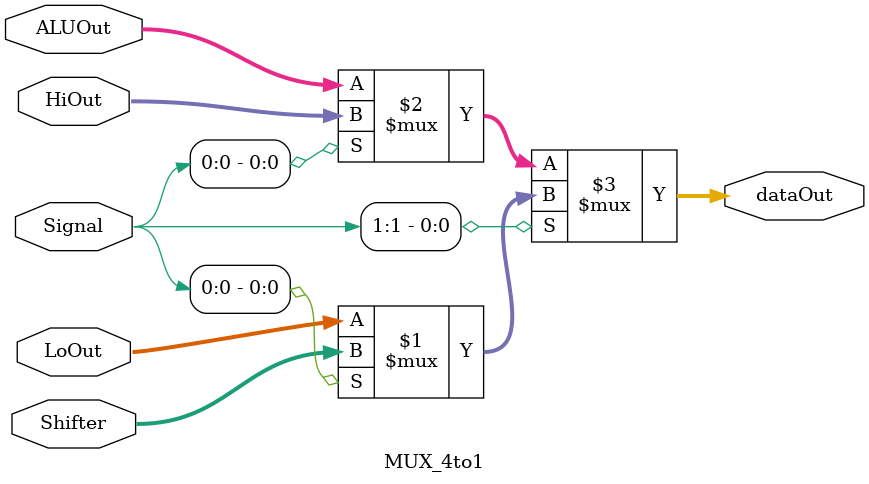
<source format=v>
`timescale 1ns/1ns

module MUX_4to1( ALUOut, HiOut, LoOut, Shifter, Signal, dataOut );
  //四個人進來只能選一個出去
  input [31:0] ALUOut ;
  input [31:0] HiOut ;
  input [31:0] LoOut ;
  input [31:0] Shifter ;
  input [1:0] Signal ;

  output [31:0] dataOut ;

  assign dataOut = Signal[1] ? ( Signal[0] ? Shifter : LoOut ) : ( Signal[0] ? HiOut : ALUOut );

endmodule
</source>
